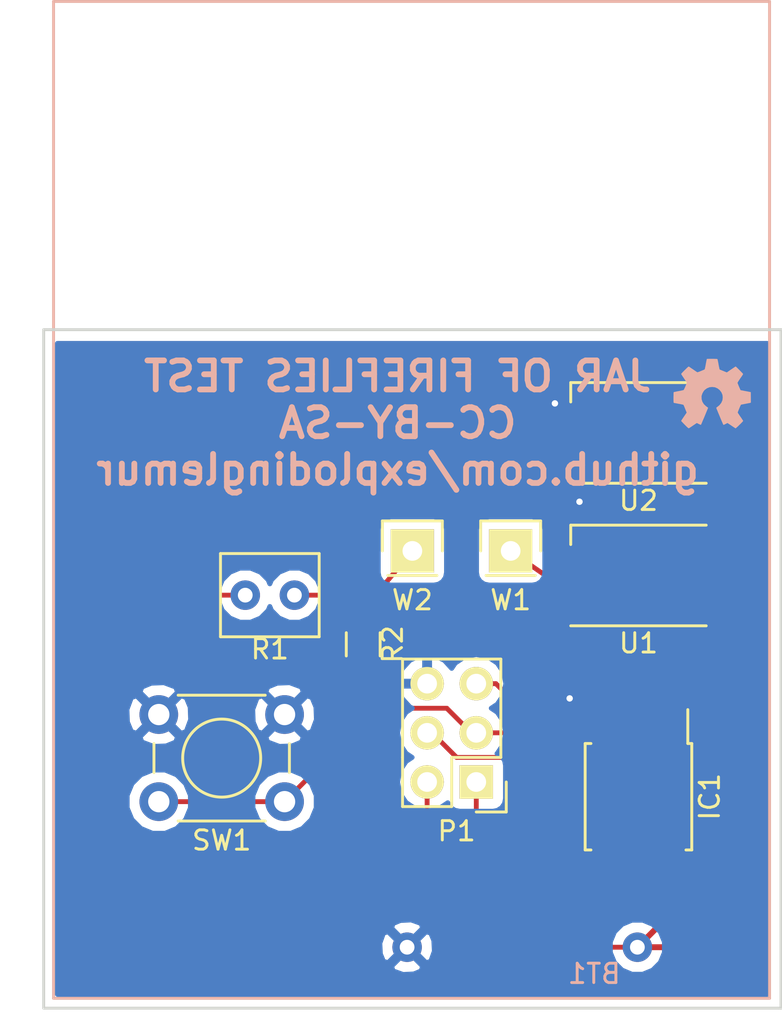
<source format=kicad_pcb>
(kicad_pcb (version 4) (host pcbnew 4.0.4+e1-6308~48~ubuntu16.04.1-stable)

  (general
    (links 24)
    (no_connects 1)
    (area 148.260999 70.028999 186.511001 105.231001)
    (thickness 1.6)
    (drawings 5)
    (tracks 74)
    (zones 0)
    (modules 11)
    (nets 11)
  )

  (page A4)
  (layers
    (0 F.Cu jumper)
    (31 B.Cu signal)
    (32 B.Adhes user)
    (33 F.Adhes user)
    (34 B.Paste user)
    (35 F.Paste user)
    (36 B.SilkS user)
    (37 F.SilkS user)
    (38 B.Mask user)
    (39 F.Mask user)
    (40 Dwgs.User user)
    (41 Cmts.User user)
    (42 Eco1.User user)
    (43 Eco2.User user)
    (44 Edge.Cuts user)
    (45 Margin user)
    (46 B.CrtYd user)
    (47 F.CrtYd user)
    (48 B.Fab user)
    (49 F.Fab user)
  )

  (setup
    (last_trace_width 0.25)
    (user_trace_width 0.25)
    (user_trace_width 0.3048)
    (trace_clearance 0.1524)
    (zone_clearance 0.508)
    (zone_45_only no)
    (trace_min 0.1524)
    (segment_width 0.2)
    (edge_width 0.15)
    (via_size 0.6858)
    (via_drill 0.3302)
    (via_min_size 0.6858)
    (via_min_drill 0.3302)
    (uvia_size 0.762)
    (uvia_drill 0.508)
    (uvias_allowed no)
    (uvia_min_size 0)
    (uvia_min_drill 0)
    (pcb_text_width 0.3)
    (pcb_text_size 1.5 1.5)
    (mod_edge_width 0.15)
    (mod_text_size 1 1)
    (mod_text_width 0.15)
    (pad_size 1.524 1.524)
    (pad_drill 0.762)
    (pad_to_mask_clearance 0.2)
    (aux_axis_origin 0 0)
    (visible_elements FFFFFF7F)
    (pcbplotparams
      (layerselection 0x00030_80000001)
      (usegerberextensions false)
      (excludeedgelayer true)
      (linewidth 0.100000)
      (plotframeref false)
      (viasonmask false)
      (mode 1)
      (useauxorigin false)
      (hpglpennumber 1)
      (hpglpenspeed 20)
      (hpglpendiameter 15)
      (hpglpenoverlay 2)
      (psnegative false)
      (psa4output false)
      (plotreference true)
      (plotvalue true)
      (plotinvisibletext false)
      (padsonsilk false)
      (subtractmaskfromsilk false)
      (outputformat 1)
      (mirror false)
      (drillshape 1)
      (scaleselection 1)
      (outputdirectory ""))
  )

  (net 0 "")
  (net 1 "Net-(IC1-Pad6)")
  (net 2 VCC)
  (net 3 "Net-(IC1-Pad5)")
  (net 4 "Net-(IC1-Pad1)")
  (net 5 GND)
  (net 6 "Net-(IC1-Pad2)")
  (net 7 "Net-(U1-Pad2)")
  (net 8 "Net-(U2-Pad2)")
  (net 9 "Net-(IC1-Pad3)")
  (net 10 "Net-(IC1-Pad7)")

  (net_class Default "This is the default net class."
    (clearance 0.1524)
    (trace_width 0.1524)
    (via_dia 0.6858)
    (via_drill 0.3302)
    (uvia_dia 0.762)
    (uvia_drill 0.508)
    (add_net GND)
    (add_net "Net-(IC1-Pad1)")
    (add_net "Net-(IC1-Pad2)")
    (add_net "Net-(IC1-Pad3)")
    (add_net "Net-(IC1-Pad5)")
    (add_net "Net-(IC1-Pad6)")
    (add_net "Net-(IC1-Pad7)")
    (add_net "Net-(U1-Pad2)")
    (add_net "Net-(U2-Pad2)")
    (add_net VCC)
  )

  (module Housings_SOIC:SOIJ-8_5.3x5.3mm_Pitch1.27mm (layer F.Cu) (tedit 54130A77) (tstamp 57F07AEB)
    (at 179.07 94.234 270)
    (descr "8-Lead Plastic Small Outline (SM) - Medium, 5.28 mm Body [SOIC] (see Microchip Packaging Specification 00000049BS.pdf)")
    (tags "SOIC 1.27")
    (path /57E1506D)
    (attr smd)
    (fp_text reference IC1 (at 0 -3.68 270) (layer F.SilkS)
      (effects (font (size 1 1) (thickness 0.15)))
    )
    (fp_text value ATTINY85-S (at 0 3.68 270) (layer F.Fab)
      (effects (font (size 1 1) (thickness 0.15)))
    )
    (fp_line (start -1.65 -2.65) (end 2.65 -2.65) (layer F.Fab) (width 0.15))
    (fp_line (start 2.65 -2.65) (end 2.65 2.65) (layer F.Fab) (width 0.15))
    (fp_line (start 2.65 2.65) (end -2.65 2.65) (layer F.Fab) (width 0.15))
    (fp_line (start -2.65 2.65) (end -2.65 -1.65) (layer F.Fab) (width 0.15))
    (fp_line (start -2.65 -1.65) (end -1.65 -2.65) (layer F.Fab) (width 0.15))
    (fp_line (start -4.75 -2.95) (end -4.75 2.95) (layer F.CrtYd) (width 0.05))
    (fp_line (start 4.75 -2.95) (end 4.75 2.95) (layer F.CrtYd) (width 0.05))
    (fp_line (start -4.75 -2.95) (end 4.75 -2.95) (layer F.CrtYd) (width 0.05))
    (fp_line (start -4.75 2.95) (end 4.75 2.95) (layer F.CrtYd) (width 0.05))
    (fp_line (start -2.75 -2.755) (end -2.75 -2.55) (layer F.SilkS) (width 0.15))
    (fp_line (start 2.75 -2.755) (end 2.75 -2.455) (layer F.SilkS) (width 0.15))
    (fp_line (start 2.75 2.755) (end 2.75 2.455) (layer F.SilkS) (width 0.15))
    (fp_line (start -2.75 2.755) (end -2.75 2.455) (layer F.SilkS) (width 0.15))
    (fp_line (start -2.75 -2.755) (end 2.75 -2.755) (layer F.SilkS) (width 0.15))
    (fp_line (start -2.75 2.755) (end 2.75 2.755) (layer F.SilkS) (width 0.15))
    (fp_line (start -2.75 -2.55) (end -4.5 -2.55) (layer F.SilkS) (width 0.15))
    (pad 1 smd rect (at -3.65 -1.905 270) (size 1.7 0.65) (layers F.Cu F.Paste F.Mask)
      (net 4 "Net-(IC1-Pad1)"))
    (pad 2 smd rect (at -3.65 -0.635 270) (size 1.7 0.65) (layers F.Cu F.Paste F.Mask)
      (net 6 "Net-(IC1-Pad2)"))
    (pad 3 smd rect (at -3.65 0.635 270) (size 1.7 0.65) (layers F.Cu F.Paste F.Mask)
      (net 9 "Net-(IC1-Pad3)"))
    (pad 4 smd rect (at -3.65 1.905 270) (size 1.7 0.65) (layers F.Cu F.Paste F.Mask)
      (net 5 GND))
    (pad 5 smd rect (at 3.65 1.905 270) (size 1.7 0.65) (layers F.Cu F.Paste F.Mask)
      (net 3 "Net-(IC1-Pad5)"))
    (pad 6 smd rect (at 3.65 0.635 270) (size 1.7 0.65) (layers F.Cu F.Paste F.Mask)
      (net 1 "Net-(IC1-Pad6)"))
    (pad 7 smd rect (at 3.65 -0.635 270) (size 1.7 0.65) (layers F.Cu F.Paste F.Mask)
      (net 10 "Net-(IC1-Pad7)"))
    (pad 8 smd rect (at 3.65 -1.905 270) (size 1.7 0.65) (layers F.Cu F.Paste F.Mask)
      (net 2 VCC))
    (model Housings_SOIC.3dshapes/SOIJ-8_5.3x5.3mm_Pitch1.27mm.wrl
      (at (xyz 0 0 0))
      (scale (xyz 1 1 1))
      (rotate (xyz 0 0 0))
    )
  )

  (module Pin_Headers:Pin_Header_Straight_2x03 (layer F.Cu) (tedit 57F08351) (tstamp 57F07B02)
    (at 170.688 93.472 180)
    (descr "Through hole pin header")
    (tags "pin header")
    (path /57E151A6)
    (fp_text reference P1 (at 1.016 -2.54 180) (layer F.SilkS)
      (effects (font (size 1 1) (thickness 0.15)))
    )
    (fp_text value CONN_02X03 (at 0 -3.1 180) (layer F.Fab)
      (effects (font (size 1 1) (thickness 0.15)))
    )
    (fp_line (start -1.27 1.27) (end -1.27 6.35) (layer F.SilkS) (width 0.15))
    (fp_line (start -1.55 -1.55) (end 0 -1.55) (layer F.SilkS) (width 0.15))
    (fp_line (start -1.75 -1.75) (end -1.75 6.85) (layer F.CrtYd) (width 0.05))
    (fp_line (start 4.3 -1.75) (end 4.3 6.85) (layer F.CrtYd) (width 0.05))
    (fp_line (start -1.75 -1.75) (end 4.3 -1.75) (layer F.CrtYd) (width 0.05))
    (fp_line (start -1.75 6.85) (end 4.3 6.85) (layer F.CrtYd) (width 0.05))
    (fp_line (start 1.27 -1.27) (end 1.27 1.27) (layer F.SilkS) (width 0.15))
    (fp_line (start 1.27 1.27) (end -1.27 1.27) (layer F.SilkS) (width 0.15))
    (fp_line (start -1.27 6.35) (end 3.81 6.35) (layer F.SilkS) (width 0.15))
    (fp_line (start 3.81 6.35) (end 3.81 1.27) (layer F.SilkS) (width 0.15))
    (fp_line (start -1.55 -1.55) (end -1.55 0) (layer F.SilkS) (width 0.15))
    (fp_line (start 3.81 -1.27) (end 1.27 -1.27) (layer F.SilkS) (width 0.15))
    (fp_line (start 3.81 1.27) (end 3.81 -1.27) (layer F.SilkS) (width 0.15))
    (pad 1 thru_hole rect (at 0 0 180) (size 1.7272 1.7272) (drill 1.016) (layers *.Cu *.Mask F.SilkS)
      (net 1 "Net-(IC1-Pad6)"))
    (pad 2 thru_hole oval (at 2.54 0 180) (size 1.7272 1.7272) (drill 1.016) (layers *.Cu *.Mask F.SilkS)
      (net 2 VCC))
    (pad 3 thru_hole oval (at 0 2.54 180) (size 1.7272 1.7272) (drill 1.016) (layers *.Cu *.Mask F.SilkS)
      (net 10 "Net-(IC1-Pad7)"))
    (pad 4 thru_hole oval (at 2.54 2.54 180) (size 1.7272 1.7272) (drill 1.016) (layers *.Cu *.Mask F.SilkS)
      (net 3 "Net-(IC1-Pad5)"))
    (pad 5 thru_hole oval (at 0 5.08 180) (size 1.7272 1.7272) (drill 1.016) (layers *.Cu *.Mask F.SilkS)
      (net 4 "Net-(IC1-Pad1)"))
    (pad 6 thru_hole oval (at 2.54 5.08 180) (size 1.7272 1.7272) (drill 1.016) (layers *.Cu *.Mask F.SilkS)
      (net 5 GND))
    (model Pin_Headers.3dshapes/Pin_Header_Straight_2x03.wrl
      (at (xyz 0.05 -0.1 0))
      (scale (xyz 1 1 1))
      (rotate (xyz 0 0 90))
    )
  )

  (module ExplodingLemur:photocell (layer F.Cu) (tedit 57F08396) (tstamp 57F07B0C)
    (at 160.02 83.82)
    (path /57E28D4D)
    (fp_text reference R1 (at 0 2.794) (layer F.SilkS)
      (effects (font (size 1 1) (thickness 0.15)))
    )
    (fp_text value Photores (at 0 -0.5) (layer F.Fab)
      (effects (font (size 1 1) (thickness 0.15)))
    )
    (fp_line (start -2.55 2.15) (end 2.55 2.15) (layer F.SilkS) (width 0.15))
    (fp_line (start 2.55 2.15) (end 2.55 -2.15) (layer F.SilkS) (width 0.15))
    (fp_line (start 2.55 -2.15) (end -2.55 -2.15) (layer F.SilkS) (width 0.15))
    (fp_line (start -2.55 -2.15) (end -2.55 2.15) (layer F.SilkS) (width 0.15))
    (pad 1 thru_hole circle (at -1.27 0) (size 1.524 1.524) (drill 0.762) (layers *.Cu *.Mask)
      (net 2 VCC))
    (pad 2 thru_hole circle (at 1.27 0) (size 1.524 1.524) (drill 0.762) (layers *.Cu *.Mask)
      (net 6 "Net-(IC1-Pad2)"))
  )

  (module Resistors_SMD:R_0805 (layer F.Cu) (tedit 57F08378) (tstamp 57F07B18)
    (at 164.846 86.36 270)
    (descr "Resistor SMD 0805, reflow soldering, Vishay (see dcrcw.pdf)")
    (tags "resistor 0805")
    (path /57E28C86)
    (attr smd)
    (fp_text reference R2 (at 0 -1.524 270) (layer F.SilkS)
      (effects (font (size 1 1) (thickness 0.15)))
    )
    (fp_text value 10k (at 0 2.1 270) (layer F.Fab)
      (effects (font (size 1 1) (thickness 0.15)))
    )
    (fp_line (start -1.6 -1) (end 1.6 -1) (layer F.CrtYd) (width 0.05))
    (fp_line (start -1.6 1) (end 1.6 1) (layer F.CrtYd) (width 0.05))
    (fp_line (start -1.6 -1) (end -1.6 1) (layer F.CrtYd) (width 0.05))
    (fp_line (start 1.6 -1) (end 1.6 1) (layer F.CrtYd) (width 0.05))
    (fp_line (start 0.6 0.875) (end -0.6 0.875) (layer F.SilkS) (width 0.15))
    (fp_line (start -0.6 -0.875) (end 0.6 -0.875) (layer F.SilkS) (width 0.15))
    (pad 1 smd rect (at -0.95 0 270) (size 0.7 1.3) (layers F.Cu F.Paste F.Mask)
      (net 6 "Net-(IC1-Pad2)"))
    (pad 2 smd rect (at 0.95 0 270) (size 0.7 1.3) (layers F.Cu F.Paste F.Mask)
      (net 5 GND))
    (model Resistors_SMD.3dshapes/R_0805.wrl
      (at (xyz 0 0 0))
      (scale (xyz 1 1 1))
      (rotate (xyz 0 0 0))
    )
  )

  (module Buttons_Switches_ThroughHole:SW_PUSH_6mm (layer F.Cu) (tedit 57BABF74) (tstamp 57F07B36)
    (at 160.782 94.488 180)
    (descr https://www.omron.com/ecb/products/pdf/en-b3f.pdf)
    (tags "tact sw push 6mm")
    (path /57F078F3)
    (fp_text reference SW1 (at 3.25 -2 180) (layer F.SilkS)
      (effects (font (size 1 1) (thickness 0.15)))
    )
    (fp_text value SW_PUSH_SMALL_H (at 3.75 6.7 180) (layer F.Fab)
      (effects (font (size 1 1) (thickness 0.15)))
    )
    (fp_line (start 3.25 -0.75) (end 6.25 -0.75) (layer F.Fab) (width 0.15))
    (fp_line (start 6.25 -0.75) (end 6.25 5.25) (layer F.Fab) (width 0.15))
    (fp_line (start 6.25 5.25) (end 0.25 5.25) (layer F.Fab) (width 0.15))
    (fp_line (start 0.25 5.25) (end 0.25 -0.75) (layer F.Fab) (width 0.15))
    (fp_line (start 0.25 -0.75) (end 3.25 -0.75) (layer F.Fab) (width 0.15))
    (fp_line (start 7.75 6) (end 8 6) (layer F.CrtYd) (width 0.05))
    (fp_line (start 8 6) (end 8 5.75) (layer F.CrtYd) (width 0.05))
    (fp_line (start 7.75 -1.5) (end 8 -1.5) (layer F.CrtYd) (width 0.05))
    (fp_line (start 8 -1.5) (end 8 -1.25) (layer F.CrtYd) (width 0.05))
    (fp_line (start -1.5 -1.25) (end -1.5 -1.5) (layer F.CrtYd) (width 0.05))
    (fp_line (start -1.5 -1.5) (end -1.25 -1.5) (layer F.CrtYd) (width 0.05))
    (fp_line (start -1.5 5.75) (end -1.5 6) (layer F.CrtYd) (width 0.05))
    (fp_line (start -1.5 6) (end -1.25 6) (layer F.CrtYd) (width 0.05))
    (fp_circle (center 3.25 2.25) (end 1.25 2.5) (layer F.SilkS) (width 0.15))
    (fp_line (start -1.25 -1.5) (end 7.75 -1.5) (layer F.CrtYd) (width 0.05))
    (fp_line (start -1.5 5.75) (end -1.5 -1.25) (layer F.CrtYd) (width 0.05))
    (fp_line (start 7.75 6) (end -1.25 6) (layer F.CrtYd) (width 0.05))
    (fp_line (start 8 -1.25) (end 8 5.75) (layer F.CrtYd) (width 0.05))
    (fp_line (start 1 5.5) (end 5.5 5.5) (layer F.SilkS) (width 0.15))
    (fp_line (start -0.25 1.5) (end -0.25 3) (layer F.SilkS) (width 0.15))
    (fp_line (start 5.5 -1) (end 1 -1) (layer F.SilkS) (width 0.15))
    (fp_line (start 6.75 3) (end 6.75 1.5) (layer F.SilkS) (width 0.15))
    (pad 2 thru_hole circle (at 0 4.5 270) (size 2 2) (drill 1.1) (layers *.Cu *.Mask)
      (net 5 GND))
    (pad 1 thru_hole circle (at 0 0 270) (size 2 2) (drill 1.1) (layers *.Cu *.Mask)
      (net 10 "Net-(IC1-Pad7)"))
    (pad 2 thru_hole circle (at 6.5 4.5 270) (size 2 2) (drill 1.1) (layers *.Cu *.Mask)
      (net 5 GND))
    (pad 1 thru_hole circle (at 6.5 0 270) (size 2 2) (drill 1.1) (layers *.Cu *.Mask)
      (net 10 "Net-(IC1-Pad7)"))
  )

  (module LEDs:LED_WS2812B-PLCC4 (layer F.Cu) (tedit 56C9C7F7) (tstamp 57F07B4B)
    (at 179.07 82.804 180)
    (descr http://www.world-semi.com/uploads/soft/150522/1-150522091P5.pdf)
    (tags "LED NeoPixel")
    (path /57E15614)
    (attr smd)
    (fp_text reference U1 (at 0 -3.5 180) (layer F.SilkS)
      (effects (font (size 1 1) (thickness 0.15)))
    )
    (fp_text value WS2812B (at 0 4 180) (layer F.Fab)
      (effects (font (size 1 1) (thickness 0.15)))
    )
    (fp_line (start 3.75 -2.85) (end -3.75 -2.85) (layer F.CrtYd) (width 0.05))
    (fp_line (start 3.75 2.85) (end 3.75 -2.85) (layer F.CrtYd) (width 0.05))
    (fp_line (start -3.75 2.85) (end 3.75 2.85) (layer F.CrtYd) (width 0.05))
    (fp_line (start -3.75 -2.85) (end -3.75 2.85) (layer F.CrtYd) (width 0.05))
    (fp_line (start 2.5 1.5) (end 1.5 2.5) (layer Dwgs.User) (width 0.1))
    (fp_line (start -2.5 -2.5) (end -2.5 2.5) (layer Dwgs.User) (width 0.1))
    (fp_line (start -2.5 2.5) (end 2.5 2.5) (layer Dwgs.User) (width 0.1))
    (fp_line (start 2.5 2.5) (end 2.5 -2.5) (layer Dwgs.User) (width 0.1))
    (fp_line (start 2.5 -2.5) (end -2.5 -2.5) (layer Dwgs.User) (width 0.1))
    (fp_line (start -3.5 -2.6) (end 3.5 -2.6) (layer F.SilkS) (width 0.15))
    (fp_line (start -3.5 2.6) (end 3.5 2.6) (layer F.SilkS) (width 0.15))
    (fp_line (start 3.5 2.6) (end 3.5 1.6) (layer F.SilkS) (width 0.15))
    (fp_circle (center 0 0) (end 0 -2) (layer Dwgs.User) (width 0.1))
    (pad 3 smd rect (at 2.5 1.6 180) (size 1.6 1) (layers F.Cu F.Paste F.Mask)
      (net 5 GND))
    (pad 4 smd rect (at 2.5 -1.6 180) (size 1.6 1) (layers F.Cu F.Paste F.Mask)
      (net 9 "Net-(IC1-Pad3)"))
    (pad 2 smd rect (at -2.5 1.6 180) (size 1.6 1) (layers F.Cu F.Paste F.Mask)
      (net 7 "Net-(U1-Pad2)"))
    (pad 1 smd rect (at -2.5 -1.6 180) (size 1.6 1) (layers F.Cu F.Paste F.Mask)
      (net 2 VCC))
    (model LEDs.3dshapes/LED_WS2812B-PLCC4.wrl
      (at (xyz 0 0 0.004))
      (scale (xyz 0.385 0.385 0.385))
      (rotate (xyz 0 0 180))
    )
  )

  (module LEDs:LED_WS2812B-PLCC4 (layer F.Cu) (tedit 56C9C7F7) (tstamp 57F07B60)
    (at 179.07 75.438 180)
    (descr http://www.world-semi.com/uploads/soft/150522/1-150522091P5.pdf)
    (tags "LED NeoPixel")
    (path /57E1575D)
    (attr smd)
    (fp_text reference U2 (at 0 -3.5 180) (layer F.SilkS)
      (effects (font (size 1 1) (thickness 0.15)))
    )
    (fp_text value WS2812B (at 0 4 180) (layer F.Fab)
      (effects (font (size 1 1) (thickness 0.15)))
    )
    (fp_line (start 3.75 -2.85) (end -3.75 -2.85) (layer F.CrtYd) (width 0.05))
    (fp_line (start 3.75 2.85) (end 3.75 -2.85) (layer F.CrtYd) (width 0.05))
    (fp_line (start -3.75 2.85) (end 3.75 2.85) (layer F.CrtYd) (width 0.05))
    (fp_line (start -3.75 -2.85) (end -3.75 2.85) (layer F.CrtYd) (width 0.05))
    (fp_line (start 2.5 1.5) (end 1.5 2.5) (layer Dwgs.User) (width 0.1))
    (fp_line (start -2.5 -2.5) (end -2.5 2.5) (layer Dwgs.User) (width 0.1))
    (fp_line (start -2.5 2.5) (end 2.5 2.5) (layer Dwgs.User) (width 0.1))
    (fp_line (start 2.5 2.5) (end 2.5 -2.5) (layer Dwgs.User) (width 0.1))
    (fp_line (start 2.5 -2.5) (end -2.5 -2.5) (layer Dwgs.User) (width 0.1))
    (fp_line (start -3.5 -2.6) (end 3.5 -2.6) (layer F.SilkS) (width 0.15))
    (fp_line (start -3.5 2.6) (end 3.5 2.6) (layer F.SilkS) (width 0.15))
    (fp_line (start 3.5 2.6) (end 3.5 1.6) (layer F.SilkS) (width 0.15))
    (fp_circle (center 0 0) (end 0 -2) (layer Dwgs.User) (width 0.1))
    (pad 3 smd rect (at 2.5 1.6 180) (size 1.6 1) (layers F.Cu F.Paste F.Mask)
      (net 5 GND))
    (pad 4 smd rect (at 2.5 -1.6 180) (size 1.6 1) (layers F.Cu F.Paste F.Mask)
      (net 7 "Net-(U1-Pad2)"))
    (pad 2 smd rect (at -2.5 1.6 180) (size 1.6 1) (layers F.Cu F.Paste F.Mask)
      (net 8 "Net-(U2-Pad2)"))
    (pad 1 smd rect (at -2.5 -1.6 180) (size 1.6 1) (layers F.Cu F.Paste F.Mask)
      (net 2 VCC))
    (model LEDs.3dshapes/LED_WS2812B-PLCC4.wrl
      (at (xyz 0 0 0.004))
      (scale (xyz 0.385 0.385 0.385))
      (rotate (xyz 0 0 180))
    )
  )

  (module Pin_Headers:Pin_Header_Straight_1x01 (layer F.Cu) (tedit 57F0835C) (tstamp 57F07B6D)
    (at 172.466 81.534)
    (descr "Through hole pin header")
    (tags "pin header")
    (path /57F07CBC)
    (fp_text reference W1 (at 0 2.54) (layer F.SilkS)
      (effects (font (size 1 1) (thickness 0.15)))
    )
    (fp_text value TEST_1P (at 0 -3.1) (layer F.Fab)
      (effects (font (size 1 1) (thickness 0.15)))
    )
    (fp_line (start 1.55 -1.55) (end 1.55 0) (layer F.SilkS) (width 0.15))
    (fp_line (start -1.75 -1.75) (end -1.75 1.75) (layer F.CrtYd) (width 0.05))
    (fp_line (start 1.75 -1.75) (end 1.75 1.75) (layer F.CrtYd) (width 0.05))
    (fp_line (start -1.75 -1.75) (end 1.75 -1.75) (layer F.CrtYd) (width 0.05))
    (fp_line (start -1.75 1.75) (end 1.75 1.75) (layer F.CrtYd) (width 0.05))
    (fp_line (start -1.55 0) (end -1.55 -1.55) (layer F.SilkS) (width 0.15))
    (fp_line (start -1.55 -1.55) (end 1.55 -1.55) (layer F.SilkS) (width 0.15))
    (fp_line (start -1.27 1.27) (end 1.27 1.27) (layer F.SilkS) (width 0.15))
    (pad 1 thru_hole rect (at 0 0) (size 2.2352 2.2352) (drill 1.016) (layers *.Cu *.Mask F.SilkS)
      (net 9 "Net-(IC1-Pad3)"))
    (model Pin_Headers.3dshapes/Pin_Header_Straight_1x01.wrl
      (at (xyz 0 0 0))
      (scale (xyz 1 1 1))
      (rotate (xyz 0 0 90))
    )
  )

  (module Pin_Headers:Pin_Header_Straight_1x01 (layer F.Cu) (tedit 57F0835F) (tstamp 57F07B7A)
    (at 167.386 81.534)
    (descr "Through hole pin header")
    (tags "pin header")
    (path /57F07D1F)
    (fp_text reference W2 (at 0 2.54) (layer F.SilkS)
      (effects (font (size 1 1) (thickness 0.15)))
    )
    (fp_text value TEST_1P (at 0 -3.1) (layer F.Fab)
      (effects (font (size 1 1) (thickness 0.15)))
    )
    (fp_line (start 1.55 -1.55) (end 1.55 0) (layer F.SilkS) (width 0.15))
    (fp_line (start -1.75 -1.75) (end -1.75 1.75) (layer F.CrtYd) (width 0.05))
    (fp_line (start 1.75 -1.75) (end 1.75 1.75) (layer F.CrtYd) (width 0.05))
    (fp_line (start -1.75 -1.75) (end 1.75 -1.75) (layer F.CrtYd) (width 0.05))
    (fp_line (start -1.75 1.75) (end 1.75 1.75) (layer F.CrtYd) (width 0.05))
    (fp_line (start -1.55 0) (end -1.55 -1.55) (layer F.SilkS) (width 0.15))
    (fp_line (start -1.55 -1.55) (end 1.55 -1.55) (layer F.SilkS) (width 0.15))
    (fp_line (start -1.27 1.27) (end 1.27 1.27) (layer F.SilkS) (width 0.15))
    (pad 1 thru_hole rect (at 0 0) (size 2.2352 2.2352) (drill 1.016) (layers *.Cu *.Mask F.SilkS)
      (net 6 "Net-(IC1-Pad2)"))
    (model Pin_Headers.3dshapes/Pin_Header_Straight_1x01.wrl
      (at (xyz 0 0 0))
      (scale (xyz 1 1 1))
      (rotate (xyz 0 0 90))
    )
  )

  (module ExplodingLemur:LOGO (layer B.Cu) (tedit 0) (tstamp 57F0865B)
    (at 182.88 73.406 180)
    (fp_text reference G*** (at 0 -2.1209 180) (layer B.SilkS) hide
      (effects (font (size 0.18034 0.18034) (thickness 0.03556)) (justify mirror))
    )
    (fp_text value LOGO (at 0 2.1209 180) (layer B.SilkS) hide
      (effects (font (size 0.18034 0.18034) (thickness 0.03556)) (justify mirror))
    )
    (fp_poly (pts (xy -1.21158 -1.79578) (xy -1.19126 -1.78562) (xy -1.143 -1.75514) (xy -1.07696 -1.71196)
      (xy -0.99822 -1.65862) (xy -0.91948 -1.60528) (xy -0.85344 -1.5621) (xy -0.80772 -1.53162)
      (xy -0.78994 -1.52146) (xy -0.77978 -1.524) (xy -0.74168 -1.54432) (xy -0.6858 -1.57226)
      (xy -0.65532 -1.5875) (xy -0.60452 -1.61036) (xy -0.57912 -1.61544) (xy -0.57658 -1.60782)
      (xy -0.55626 -1.56972) (xy -0.52832 -1.50368) (xy -0.49022 -1.41732) (xy -0.44704 -1.31572)
      (xy -0.40132 -1.2065) (xy -0.3556 -1.09474) (xy -0.30988 -0.98806) (xy -0.27178 -0.89154)
      (xy -0.23876 -0.81534) (xy -0.21844 -0.75946) (xy -0.21082 -0.7366) (xy -0.21336 -0.73152)
      (xy -0.23876 -0.70866) (xy -0.28194 -0.67564) (xy -0.37846 -0.5969) (xy -0.4699 -0.48006)
      (xy -0.52832 -0.34798) (xy -0.5461 -0.20066) (xy -0.53086 -0.06604) (xy -0.47752 0.0635)
      (xy -0.38608 0.18288) (xy -0.27432 0.26924) (xy -0.14478 0.32512) (xy 0 0.3429)
      (xy 0.1397 0.32766) (xy 0.27178 0.27432) (xy 0.39116 0.18542) (xy 0.43942 0.127)
      (xy 0.508 0.00762) (xy 0.54864 -0.11938) (xy 0.55118 -0.14986) (xy 0.5461 -0.2921)
      (xy 0.50546 -0.42672) (xy 0.4318 -0.5461) (xy 0.32766 -0.64516) (xy 0.31496 -0.65532)
      (xy 0.2667 -0.69088) (xy 0.23622 -0.71374) (xy 0.21082 -0.73406) (xy 0.38862 -1.16586)
      (xy 0.41656 -1.23444) (xy 0.46736 -1.35128) (xy 0.51054 -1.45288) (xy 0.54356 -1.53416)
      (xy 0.56896 -1.5875) (xy 0.57912 -1.61036) (xy 0.57912 -1.61036) (xy 0.59436 -1.6129)
      (xy 0.62738 -1.6002) (xy 0.68834 -1.57226) (xy 0.72898 -1.55194) (xy 0.7747 -1.52908)
      (xy 0.79502 -1.52146) (xy 0.8128 -1.53162) (xy 0.85598 -1.55956) (xy 0.91948 -1.60274)
      (xy 0.99568 -1.65354) (xy 1.06934 -1.70434) (xy 1.13792 -1.75006) (xy 1.18618 -1.78054)
      (xy 1.21158 -1.79324) (xy 1.21412 -1.79324) (xy 1.23444 -1.78054) (xy 1.27508 -1.75006)
      (xy 1.3335 -1.69418) (xy 1.41478 -1.6129) (xy 1.42748 -1.6002) (xy 1.49606 -1.52908)
      (xy 1.55194 -1.47066) (xy 1.59004 -1.43002) (xy 1.60274 -1.41224) (xy 1.60274 -1.41224)
      (xy 1.59004 -1.38684) (xy 1.55956 -1.33858) (xy 1.51384 -1.27) (xy 1.4605 -1.19126)
      (xy 1.31826 -0.98298) (xy 1.397 -0.7874) (xy 1.41986 -0.72898) (xy 1.45034 -0.65532)
      (xy 1.4732 -0.60452) (xy 1.4859 -0.58166) (xy 1.50622 -0.57404) (xy 1.55956 -0.56134)
      (xy 1.6383 -0.54356) (xy 1.72974 -0.52832) (xy 1.81864 -0.51054) (xy 1.89738 -0.4953)
      (xy 1.9558 -0.48514) (xy 1.9812 -0.48006) (xy 1.98628 -0.47498) (xy 1.99136 -0.46228)
      (xy 1.99644 -0.43688) (xy 1.99644 -0.38862) (xy 1.99898 -0.31242) (xy 1.99898 -0.20066)
      (xy 1.99898 -0.1905) (xy 1.99644 -0.08382) (xy 1.99644 0) (xy 1.9939 0.05334)
      (xy 1.98882 0.07366) (xy 1.98882 0.07366) (xy 1.96342 0.08128) (xy 1.90754 0.09144)
      (xy 1.8288 0.10922) (xy 1.73228 0.127) (xy 1.7272 0.127) (xy 1.63322 0.14478)
      (xy 1.55448 0.16256) (xy 1.4986 0.17526) (xy 1.47574 0.18288) (xy 1.47066 0.18796)
      (xy 1.45034 0.22606) (xy 1.4224 0.28448) (xy 1.39192 0.3556) (xy 1.36144 0.42926)
      (xy 1.3335 0.49784) (xy 1.31572 0.5461) (xy 1.31064 0.56896) (xy 1.31064 0.56896)
      (xy 1.32588 0.59182) (xy 1.3589 0.64262) (xy 1.40462 0.70866) (xy 1.4605 0.78994)
      (xy 1.46304 0.79756) (xy 1.51892 0.8763) (xy 1.5621 0.94488) (xy 1.59258 0.99314)
      (xy 1.60274 1.01346) (xy 1.60274 1.016) (xy 1.58496 1.03886) (xy 1.54432 1.08458)
      (xy 1.4859 1.14554) (xy 1.41478 1.21666) (xy 1.39192 1.23698) (xy 1.31572 1.31318)
      (xy 1.26238 1.36398) (xy 1.22682 1.38938) (xy 1.21158 1.397) (xy 1.21158 1.39446)
      (xy 1.18618 1.38176) (xy 1.13538 1.34874) (xy 1.0668 1.30048) (xy 0.98552 1.24714)
      (xy 0.98044 1.24206) (xy 0.9017 1.18872) (xy 0.83566 1.143) (xy 0.7874 1.11252)
      (xy 0.76708 1.09982) (xy 0.762 1.09982) (xy 0.73152 1.10998) (xy 0.6731 1.12776)
      (xy 0.60452 1.1557) (xy 0.53086 1.18618) (xy 0.46228 1.21412) (xy 0.41148 1.23698)
      (xy 0.38862 1.24968) (xy 0.38862 1.25222) (xy 0.37846 1.28016) (xy 0.36576 1.34112)
      (xy 0.34798 1.4224) (xy 0.3302 1.52146) (xy 0.32766 1.5367) (xy 0.30988 1.63068)
      (xy 0.29464 1.70942) (xy 0.28194 1.7653) (xy 0.27686 1.78816) (xy 0.26416 1.7907)
      (xy 0.2159 1.79324) (xy 0.14478 1.79578) (xy 0.05842 1.79578) (xy -0.03048 1.79578)
      (xy -0.11684 1.79324) (xy -0.19304 1.7907) (xy -0.24638 1.78816) (xy -0.26924 1.78308)
      (xy -0.27178 1.78054) (xy -0.2794 1.7526) (xy -0.2921 1.69164) (xy -0.30988 1.61036)
      (xy -0.32766 1.5113) (xy -0.3302 1.49352) (xy -0.34798 1.39954) (xy -0.36576 1.3208)
      (xy -0.37592 1.26746) (xy -0.38354 1.24714) (xy -0.39116 1.24206) (xy -0.42926 1.22428)
      (xy -0.49276 1.19888) (xy -0.57404 1.16586) (xy -0.75692 1.0922) (xy -0.98044 1.24714)
      (xy -1.00076 1.25984) (xy -1.08204 1.31572) (xy -1.14808 1.3589) (xy -1.1938 1.38938)
      (xy -1.21412 1.39954) (xy -1.21412 1.39954) (xy -1.23698 1.37922) (xy -1.2827 1.33858)
      (xy -1.34366 1.27762) (xy -1.41224 1.20904) (xy -1.46558 1.1557) (xy -1.52654 1.0922)
      (xy -1.56718 1.05156) (xy -1.5875 1.02362) (xy -1.59512 1.00584) (xy -1.59258 0.99568)
      (xy -1.57988 0.97282) (xy -1.54686 0.92456) (xy -1.50114 0.85598) (xy -1.44526 0.77724)
      (xy -1.39954 0.70866) (xy -1.35128 0.635) (xy -1.3208 0.58166) (xy -1.3081 0.55372)
      (xy -1.31064 0.54356) (xy -1.32842 0.50038) (xy -1.35382 0.4318) (xy -1.38684 0.35306)
      (xy -1.46558 0.17526) (xy -1.58242 0.15494) (xy -1.65354 0.1397) (xy -1.7526 0.12192)
      (xy -1.84658 0.10414) (xy -1.9939 0.07366) (xy -1.99898 -0.46482) (xy -1.97612 -0.47498)
      (xy -1.95326 -0.4826) (xy -1.89992 -0.49276) (xy -1.82118 -0.508) (xy -1.72974 -0.52578)
      (xy -1.651 -0.54102) (xy -1.57226 -0.55626) (xy -1.51638 -0.56642) (xy -1.49098 -0.5715)
      (xy -1.48336 -0.58166) (xy -1.46304 -0.61976) (xy -1.4351 -0.68072) (xy -1.40462 -0.75438)
      (xy -1.37414 -0.82804) (xy -1.3462 -0.89916) (xy -1.32588 -0.9525) (xy -1.31826 -0.98044)
      (xy -1.32842 -1.00076) (xy -1.3589 -1.04648) (xy -1.40208 -1.11252) (xy -1.45542 -1.19126)
      (xy -1.5113 -1.27) (xy -1.55448 -1.33858) (xy -1.5875 -1.38684) (xy -1.6002 -1.40716)
      (xy -1.59258 -1.4224) (xy -1.5621 -1.4605) (xy -1.50368 -1.52146) (xy -1.41478 -1.61036)
      (xy -1.39954 -1.62306) (xy -1.33096 -1.69164) (xy -1.27 -1.74498) (xy -1.22936 -1.78308)
      (xy -1.21158 -1.79578)) (layer B.SilkS) (width 0.00254))
  )

  (module ExplodingLemur:Battery_Holder_AAA (layer B.Cu) (tedit 57F089DF) (tstamp 57F089BF)
    (at 148.844 104.648)
    (path /57E29107)
    (fp_text reference BT1 (at 27.94 -1.27) (layer B.SilkS)
      (effects (font (size 1 1) (thickness 0.15)) (justify mirror))
    )
    (fp_text value Battery (at 0 0.5) (layer B.Fab)
      (effects (font (size 1 1) (thickness 0.15)) (justify mirror))
    )
    (fp_line (start 0 0) (end 0 -51.5) (layer B.SilkS) (width 0.15))
    (fp_line (start 0 -51.5) (end 37 -51.5) (layer B.SilkS) (width 0.15))
    (fp_line (start 37 -51.5) (end 37 0) (layer B.SilkS) (width 0.15))
    (fp_line (start 37 0) (end 0 0) (layer B.SilkS) (width 0.15))
    (pad 2 thru_hole circle (at 18.27 -2.64) (size 1.524 1.524) (drill 0.762) (layers *.Cu *.Mask)
      (net 5 GND))
    (pad 1 thru_hole circle (at 30.17 -2.64) (size 1.524 1.524) (drill 0.762) (layers *.Cu *.Mask)
      (net 2 VCC))
  )

  (gr_text "JAR OF FIREFLIES TEST\nCC-BY-SA\ngithub.com/explodinglemur" (at 166.624 74.93) (layer B.SilkS)
    (effects (font (size 1.5 1.5) (thickness 0.3)) (justify mirror))
  )
  (gr_line (start 148.336 105.156) (end 148.336 70.104) (angle 90) (layer Edge.Cuts) (width 0.15))
  (gr_line (start 186.436 70.104) (end 186.436 105.156) (angle 90) (layer Edge.Cuts) (width 0.15))
  (gr_line (start 186.436 70.104) (end 148.336 70.104) (angle 90) (layer Edge.Cuts) (width 0.15))
  (gr_line (start 186.436 105.156) (end 148.336 105.156) (angle 90) (layer Edge.Cuts) (width 0.15))

  (segment (start 178.435 97.884) (end 178.435 99.187) (width 0.25) (layer F.Cu) (net 1))
  (segment (start 170.688 96.266) (end 170.688 93.472) (width 0.25) (layer F.Cu) (net 1) (tstamp 57F07FA6))
  (segment (start 173.99 99.568) (end 170.688 96.266) (width 0.25) (layer F.Cu) (net 1) (tstamp 57F07FA4))
  (segment (start 178.054 99.568) (end 173.99 99.568) (width 0.25) (layer F.Cu) (net 1) (tstamp 57F07FA3))
  (segment (start 178.435 99.187) (end 178.054 99.568) (width 0.25) (layer F.Cu) (net 1) (tstamp 57F07FA2))
  (segment (start 181.57 77.038) (end 182.194 77.038) (width 0.3048) (layer F.Cu) (net 2))
  (segment (start 182.194 77.038) (end 183.896 78.74) (width 0.3048) (layer F.Cu) (net 2) (tstamp 57F0818F))
  (segment (start 183.896 78.74) (end 183.896 86.106) (width 0.3048) (layer F.Cu) (net 2) (tstamp 57F08190))
  (segment (start 181.57 84.404) (end 182.702 84.404) (width 0.3048) (layer F.Cu) (net 2))
  (segment (start 182.218 102.008) (end 179.014 102.008) (width 0.3048) (layer F.Cu) (net 2) (tstamp 57F0818B) (status 20))
  (segment (start 183.896 100.33) (end 182.218 102.008) (width 0.3048) (layer F.Cu) (net 2) (tstamp 57F08185))
  (segment (start 183.896 85.598) (end 183.896 86.106) (width 0.3048) (layer F.Cu) (net 2) (tstamp 57F0817E))
  (segment (start 183.896 86.106) (end 183.896 100.33) (width 0.3048) (layer F.Cu) (net 2) (tstamp 57F08196))
  (segment (start 182.702 84.404) (end 183.896 85.598) (width 0.3048) (layer F.Cu) (net 2) (tstamp 57F0817A))
  (segment (start 158.75 83.82) (end 152.908 83.82) (width 0.25) (layer F.Cu) (net 2))
  (segment (start 155.956 99.822) (end 170.434 99.822) (width 0.25) (layer F.Cu) (net 2) (tstamp 57F080F5))
  (segment (start 149.86 93.726) (end 155.956 99.822) (width 0.25) (layer F.Cu) (net 2) (tstamp 57F080EB))
  (segment (start 149.86 86.868) (end 149.86 93.726) (width 0.25) (layer F.Cu) (net 2) (tstamp 57F080E8))
  (segment (start 152.908 83.82) (end 149.86 86.868) (width 0.25) (layer F.Cu) (net 2) (tstamp 57F080E4))
  (segment (start 168.148 93.472) (end 168.148 97.536) (width 0.25) (layer F.Cu) (net 2))
  (segment (start 172.62 102.008) (end 179.014 102.008) (width 0.25) (layer F.Cu) (net 2) (tstamp 57F07F95) (status 20))
  (segment (start 168.148 97.536) (end 170.434 99.822) (width 0.25) (layer F.Cu) (net 2) (tstamp 57F07F93))
  (segment (start 170.434 99.822) (end 172.62 102.008) (width 0.25) (layer F.Cu) (net 2) (tstamp 57F080FD))
  (segment (start 180.975 97.884) (end 180.975 100.047) (width 0.3048) (layer F.Cu) (net 2))
  (segment (start 180.848 100.076) (end 180.848 100.174) (width 0.3048) (layer F.Cu) (net 2) (tstamp 57F07EE7))
  (segment (start 180.946 100.076) (end 180.848 100.076) (width 0.3048) (layer F.Cu) (net 2) (tstamp 57F07EE6))
  (segment (start 180.975 100.047) (end 180.946 100.076) (width 0.3048) (layer F.Cu) (net 2) (tstamp 57F07EE5))
  (segment (start 180.848 100.174) (end 179.014 102.008) (width 0.3048) (layer F.Cu) (net 2) (tstamp 57F07EE8) (status 20))
  (segment (start 168.148 90.932) (end 168.402 90.932) (width 0.25) (layer F.Cu) (net 3))
  (segment (start 168.402 90.932) (end 169.672 92.202) (width 0.25) (layer F.Cu) (net 3) (tstamp 57F07F99))
  (segment (start 169.672 92.202) (end 172.72 92.202) (width 0.25) (layer F.Cu) (net 3) (tstamp 57F07F9A))
  (segment (start 172.72 92.202) (end 177.165 96.647) (width 0.25) (layer F.Cu) (net 3) (tstamp 57F07F9C))
  (segment (start 177.165 96.647) (end 177.165 97.884) (width 0.25) (layer F.Cu) (net 3) (tstamp 57F07F9E))
  (segment (start 180.975 90.584) (end 180.975 92.583) (width 0.25) (layer F.Cu) (net 4))
  (segment (start 171.704 88.392) (end 170.688 88.392) (width 0.25) (layer F.Cu) (net 4) (tstamp 57F080C4))
  (segment (start 177.546 94.234) (end 171.704 88.392) (width 0.25) (layer F.Cu) (net 4) (tstamp 57F080BF))
  (segment (start 179.324 94.234) (end 177.546 94.234) (width 0.25) (layer F.Cu) (net 4) (tstamp 57F080BD))
  (segment (start 180.975 92.583) (end 179.324 94.234) (width 0.25) (layer F.Cu) (net 4) (tstamp 57F080B9))
  (segment (start 177.165 90.584) (end 176.944 90.584) (width 0.25) (layer F.Cu) (net 5))
  (segment (start 176.944 90.584) (end 175.514 89.154) (width 0.25) (layer F.Cu) (net 5) (tstamp 57F088D9))
  (via (at 175.514 89.154) (size 0.6858) (drill 0.3302) (layers F.Cu B.Cu) (net 5))
  (segment (start 176.57 73.838) (end 174.828 73.838) (width 0.3048) (layer F.Cu) (net 5))
  (via (at 174.752 73.914) (size 0.6858) (drill 0.3302) (layers F.Cu B.Cu) (net 5))
  (segment (start 174.828 73.838) (end 174.752 73.914) (width 0.3048) (layer F.Cu) (net 5) (tstamp 57F08857))
  (segment (start 176.57 81.204) (end 176.57 79.542) (width 0.3048) (layer F.Cu) (net 5))
  (via (at 176.022 78.994) (size 0.6858) (drill 0.3302) (layers F.Cu B.Cu) (net 5))
  (segment (start 176.57 79.542) (end 176.022 78.994) (width 0.3048) (layer F.Cu) (net 5) (tstamp 57F0884C))
  (segment (start 164.846 85.41) (end 164.846 84.582) (width 0.25) (layer F.Cu) (net 6))
  (segment (start 164.846 84.582) (end 167.386 81.534) (width 0.25) (layer F.Cu) (net 6) (tstamp 57F082A8) (status 20))
  (segment (start 179.705 90.584) (end 179.705 92.329) (width 0.25) (layer F.Cu) (net 6))
  (segment (start 170.754 85.41) (end 164.846 85.41) (width 0.25) (layer F.Cu) (net 6) (tstamp 57F080D7))
  (segment (start 172.72 87.376) (end 170.754 85.41) (width 0.25) (layer F.Cu) (net 6) (tstamp 57F080D4))
  (segment (start 172.72 88.392) (end 172.72 87.376) (width 0.25) (layer F.Cu) (net 6) (tstamp 57F080CF))
  (segment (start 177.038 92.71) (end 172.72 88.392) (width 0.25) (layer F.Cu) (net 6) (tstamp 57F080CA))
  (segment (start 179.324 92.71) (end 177.038 92.71) (width 0.25) (layer F.Cu) (net 6) (tstamp 57F080C9))
  (segment (start 179.705 92.329) (end 179.324 92.71) (width 0.25) (layer F.Cu) (net 6) (tstamp 57F080C8))
  (segment (start 164.846 85.41) (end 164.846 84.328) (width 0.25) (layer F.Cu) (net 6))
  (segment (start 164.338 83.82) (end 161.29 83.82) (width 0.25) (layer F.Cu) (net 6) (tstamp 57F0807E))
  (segment (start 164.846 84.328) (end 164.338 83.82) (width 0.25) (layer F.Cu) (net 6) (tstamp 57F0807B))
  (segment (start 181.57 81.204) (end 180.99 81.204) (width 0.25) (layer F.Cu) (net 7) (status 30))
  (segment (start 180.99 81.204) (end 176.57 77.038) (width 0.25) (layer F.Cu) (net 7) (tstamp 57F07F25) (status 20))
  (segment (start 176.57 84.404) (end 176.86 84.404) (width 0.25) (layer F.Cu) (net 9))
  (segment (start 176.86 84.404) (end 178.435 85.979) (width 0.25) (layer F.Cu) (net 9) (tstamp 57F088E1))
  (segment (start 178.435 85.979) (end 178.435 90.584) (width 0.25) (layer F.Cu) (net 9) (tstamp 57F088E4))
  (segment (start 176.57 84.404) (end 172.542 81.61) (width 0.25) (layer F.Cu) (net 9) (status 20))
  (segment (start 172.542 81.61) (end 172.466 81.534) (width 0.25) (layer F.Cu) (net 9) (tstamp 57F07EC6) (status 30))
  (segment (start 179.705 97.884) (end 179.705 97.409) (width 0.25) (layer F.Cu) (net 10))
  (segment (start 179.705 97.409) (end 173.228 90.932) (width 0.25) (layer F.Cu) (net 10) (tstamp 57F0809F))
  (segment (start 173.228 90.932) (end 170.688 90.932) (width 0.25) (layer F.Cu) (net 10) (tstamp 57F080A6))
  (segment (start 160.782 94.488) (end 154.282 94.488) (width 0.25) (layer F.Cu) (net 10))
  (segment (start 170.688 90.932) (end 170.434 90.932) (width 0.25) (layer F.Cu) (net 10))
  (segment (start 170.434 90.932) (end 169.164 89.662) (width 0.25) (layer F.Cu) (net 10) (tstamp 57F0802B))
  (segment (start 165.608 89.662) (end 160.782 94.488) (width 0.25) (layer F.Cu) (net 10) (tstamp 57F0802E))
  (segment (start 169.164 89.662) (end 165.608 89.662) (width 0.25) (layer F.Cu) (net 10) (tstamp 57F0802C))

  (zone (net 5) (net_name GND) (layer B.Cu) (tstamp 57F07D14) (hatch edge 0.508)
    (connect_pads (clearance 0.508))
    (min_thickness 0.254)
    (fill yes (arc_segments 16) (thermal_gap 0.508) (thermal_bridge_width 0.508))
    (polygon
      (pts
        (xy 185.928 70.358) (xy 148.844 70.358) (xy 148.844 104.648) (xy 185.928 104.648)
      )
    )
    (filled_polygon
      (pts
        (xy 185.726 104.446) (xy 149.046 104.446) (xy 149.046 102.988213) (xy 166.313392 102.988213) (xy 166.382857 103.230397)
        (xy 166.906302 103.417144) (xy 167.461368 103.389362) (xy 167.845143 103.230397) (xy 167.914608 102.988213) (xy 167.114 102.187605)
        (xy 166.313392 102.988213) (xy 149.046 102.988213) (xy 149.046 101.800302) (xy 165.704856 101.800302) (xy 165.732638 102.355368)
        (xy 165.891603 102.739143) (xy 166.133787 102.808608) (xy 166.934395 102.008) (xy 167.293605 102.008) (xy 168.094213 102.808608)
        (xy 168.336397 102.739143) (xy 168.49854 102.284661) (xy 177.616758 102.284661) (xy 177.82899 102.798303) (xy 178.22163 103.191629)
        (xy 178.7349 103.404757) (xy 179.290661 103.405242) (xy 179.804303 103.19301) (xy 180.197629 102.80037) (xy 180.410757 102.2871)
        (xy 180.411242 101.731339) (xy 180.19901 101.217697) (xy 179.80637 100.824371) (xy 179.2931 100.611243) (xy 178.737339 100.610758)
        (xy 178.223697 100.82299) (xy 177.830371 101.21563) (xy 177.617243 101.7289) (xy 177.616758 102.284661) (xy 168.49854 102.284661)
        (xy 168.523144 102.215698) (xy 168.495362 101.660632) (xy 168.336397 101.276857) (xy 168.094213 101.207392) (xy 167.293605 102.008)
        (xy 166.934395 102.008) (xy 166.133787 101.207392) (xy 165.891603 101.276857) (xy 165.704856 101.800302) (xy 149.046 101.800302)
        (xy 149.046 101.027787) (xy 166.313392 101.027787) (xy 167.114 101.828395) (xy 167.914608 101.027787) (xy 167.845143 100.785603)
        (xy 167.321698 100.598856) (xy 166.766632 100.626638) (xy 166.382857 100.785603) (xy 166.313392 101.027787) (xy 149.046 101.027787)
        (xy 149.046 94.811795) (xy 152.646716 94.811795) (xy 152.895106 95.412943) (xy 153.354637 95.873278) (xy 153.955352 96.122716)
        (xy 154.605795 96.123284) (xy 155.206943 95.874894) (xy 155.667278 95.415363) (xy 155.916716 94.814648) (xy 155.916718 94.811795)
        (xy 159.146716 94.811795) (xy 159.395106 95.412943) (xy 159.854637 95.873278) (xy 160.455352 96.122716) (xy 161.105795 96.123284)
        (xy 161.706943 95.874894) (xy 162.167278 95.415363) (xy 162.416716 94.814648) (xy 162.417284 94.164205) (xy 162.168894 93.563057)
        (xy 161.709363 93.102722) (xy 161.108648 92.853284) (xy 160.458205 92.852716) (xy 159.857057 93.101106) (xy 159.396722 93.560637)
        (xy 159.147284 94.161352) (xy 159.146716 94.811795) (xy 155.916718 94.811795) (xy 155.917284 94.164205) (xy 155.668894 93.563057)
        (xy 155.209363 93.102722) (xy 154.608648 92.853284) (xy 153.958205 92.852716) (xy 153.357057 93.101106) (xy 152.896722 93.560637)
        (xy 152.647284 94.161352) (xy 152.646716 94.811795) (xy 149.046 94.811795) (xy 149.046 91.140532) (xy 153.309073 91.140532)
        (xy 153.407736 91.407387) (xy 154.017461 91.633908) (xy 154.66746 91.609856) (xy 155.156264 91.407387) (xy 155.254927 91.140532)
        (xy 159.809073 91.140532) (xy 159.907736 91.407387) (xy 160.517461 91.633908) (xy 161.16746 91.609856) (xy 161.656264 91.407387)
        (xy 161.754927 91.140532) (xy 160.782 90.167605) (xy 159.809073 91.140532) (xy 155.254927 91.140532) (xy 154.282 90.167605)
        (xy 153.309073 91.140532) (xy 149.046 91.140532) (xy 149.046 89.723461) (xy 152.636092 89.723461) (xy 152.660144 90.37346)
        (xy 152.862613 90.862264) (xy 153.129468 90.960927) (xy 154.102395 89.988) (xy 154.461605 89.988) (xy 155.434532 90.960927)
        (xy 155.701387 90.862264) (xy 155.927908 90.252539) (xy 155.908331 89.723461) (xy 159.136092 89.723461) (xy 159.160144 90.37346)
        (xy 159.362613 90.862264) (xy 159.629468 90.960927) (xy 160.602395 89.988) (xy 160.961605 89.988) (xy 161.934532 90.960927)
        (xy 162.012771 90.932) (xy 166.620041 90.932) (xy 166.734115 91.505489) (xy 167.058971 91.99167) (xy 167.373752 92.202)
        (xy 167.058971 92.41233) (xy 166.734115 92.898511) (xy 166.620041 93.472) (xy 166.734115 94.045489) (xy 167.058971 94.53167)
        (xy 167.545152 94.856526) (xy 168.118641 94.9706) (xy 168.177359 94.9706) (xy 168.750848 94.856526) (xy 169.216442 94.545426)
        (xy 169.221238 94.570917) (xy 169.36031 94.787041) (xy 169.57251 94.932031) (xy 169.8244 94.98304) (xy 171.5516 94.98304)
        (xy 171.786917 94.938762) (xy 172.003041 94.79969) (xy 172.148031 94.58749) (xy 172.19904 94.3356) (xy 172.19904 92.6084)
        (xy 172.154762 92.373083) (xy 172.01569 92.156959) (xy 171.80349 92.011969) (xy 171.759869 92.003136) (xy 171.777029 91.99167)
        (xy 172.101885 91.505489) (xy 172.215959 90.932) (xy 172.101885 90.358511) (xy 171.777029 89.87233) (xy 171.462248 89.662)
        (xy 171.777029 89.45167) (xy 172.101885 88.965489) (xy 172.215959 88.392) (xy 172.101885 87.818511) (xy 171.777029 87.33233)
        (xy 171.290848 87.007474) (xy 170.717359 86.8934) (xy 170.658641 86.8934) (xy 170.085152 87.007474) (xy 169.598971 87.33233)
        (xy 169.418008 87.603161) (xy 169.03649 87.185179) (xy 168.507027 86.937032) (xy 168.275 87.057531) (xy 168.275 88.265)
        (xy 168.295 88.265) (xy 168.295 88.519) (xy 168.275 88.519) (xy 168.275 88.539) (xy 168.021 88.539)
        (xy 168.021 88.519) (xy 166.814183 88.519) (xy 166.693042 88.751026) (xy 166.865312 89.166947) (xy 167.25951 89.598821)
        (xy 167.382228 89.656336) (xy 167.058971 89.87233) (xy 166.734115 90.358511) (xy 166.620041 90.932) (xy 162.012771 90.932)
        (xy 162.201387 90.862264) (xy 162.427908 90.252539) (xy 162.403856 89.60254) (xy 162.201387 89.113736) (xy 161.934532 89.015073)
        (xy 160.961605 89.988) (xy 160.602395 89.988) (xy 159.629468 89.015073) (xy 159.362613 89.113736) (xy 159.136092 89.723461)
        (xy 155.908331 89.723461) (xy 155.903856 89.60254) (xy 155.701387 89.113736) (xy 155.434532 89.015073) (xy 154.461605 89.988)
        (xy 154.102395 89.988) (xy 153.129468 89.015073) (xy 152.862613 89.113736) (xy 152.636092 89.723461) (xy 149.046 89.723461)
        (xy 149.046 88.835468) (xy 153.309073 88.835468) (xy 154.282 89.808395) (xy 155.254927 88.835468) (xy 159.809073 88.835468)
        (xy 160.782 89.808395) (xy 161.754927 88.835468) (xy 161.656264 88.568613) (xy 161.046539 88.342092) (xy 160.39654 88.366144)
        (xy 159.907736 88.568613) (xy 159.809073 88.835468) (xy 155.254927 88.835468) (xy 155.156264 88.568613) (xy 154.546539 88.342092)
        (xy 153.89654 88.366144) (xy 153.407736 88.568613) (xy 153.309073 88.835468) (xy 149.046 88.835468) (xy 149.046 88.032974)
        (xy 166.693042 88.032974) (xy 166.814183 88.265) (xy 168.021 88.265) (xy 168.021 87.057531) (xy 167.788973 86.937032)
        (xy 167.25951 87.185179) (xy 166.865312 87.617053) (xy 166.693042 88.032974) (xy 149.046 88.032974) (xy 149.046 84.096661)
        (xy 157.352758 84.096661) (xy 157.56499 84.610303) (xy 157.95763 85.003629) (xy 158.4709 85.216757) (xy 159.026661 85.217242)
        (xy 159.540303 85.00501) (xy 159.933629 84.61237) (xy 160.019949 84.404488) (xy 160.10499 84.610303) (xy 160.49763 85.003629)
        (xy 161.0109 85.216757) (xy 161.566661 85.217242) (xy 162.080303 85.00501) (xy 162.473629 84.61237) (xy 162.686757 84.0991)
        (xy 162.687242 83.543339) (xy 162.47501 83.029697) (xy 162.08237 82.636371) (xy 161.5691 82.423243) (xy 161.013339 82.422758)
        (xy 160.499697 82.63499) (xy 160.106371 83.02763) (xy 160.020051 83.235512) (xy 159.93501 83.029697) (xy 159.54237 82.636371)
        (xy 159.0291 82.423243) (xy 158.473339 82.422758) (xy 157.959697 82.63499) (xy 157.566371 83.02763) (xy 157.353243 83.5409)
        (xy 157.352758 84.096661) (xy 149.046 84.096661) (xy 149.046 80.4164) (xy 165.62096 80.4164) (xy 165.62096 82.6516)
        (xy 165.665238 82.886917) (xy 165.80431 83.103041) (xy 166.01651 83.248031) (xy 166.2684 83.29904) (xy 168.5036 83.29904)
        (xy 168.738917 83.254762) (xy 168.955041 83.11569) (xy 169.100031 82.90349) (xy 169.15104 82.6516) (xy 169.15104 80.4164)
        (xy 170.70096 80.4164) (xy 170.70096 82.6516) (xy 170.745238 82.886917) (xy 170.88431 83.103041) (xy 171.09651 83.248031)
        (xy 171.3484 83.29904) (xy 173.5836 83.29904) (xy 173.818917 83.254762) (xy 174.035041 83.11569) (xy 174.180031 82.90349)
        (xy 174.23104 82.6516) (xy 174.23104 80.4164) (xy 174.186762 80.181083) (xy 174.04769 79.964959) (xy 173.83549 79.819969)
        (xy 173.5836 79.76896) (xy 171.3484 79.76896) (xy 171.113083 79.813238) (xy 170.896959 79.95231) (xy 170.751969 80.16451)
        (xy 170.70096 80.4164) (xy 169.15104 80.4164) (xy 169.106762 80.181083) (xy 168.96769 79.964959) (xy 168.75549 79.819969)
        (xy 168.5036 79.76896) (xy 166.2684 79.76896) (xy 166.033083 79.813238) (xy 165.816959 79.95231) (xy 165.671969 80.16451)
        (xy 165.62096 80.4164) (xy 149.046 80.4164) (xy 149.046 70.814) (xy 185.726 70.814)
      )
    )
  )
)

</source>
